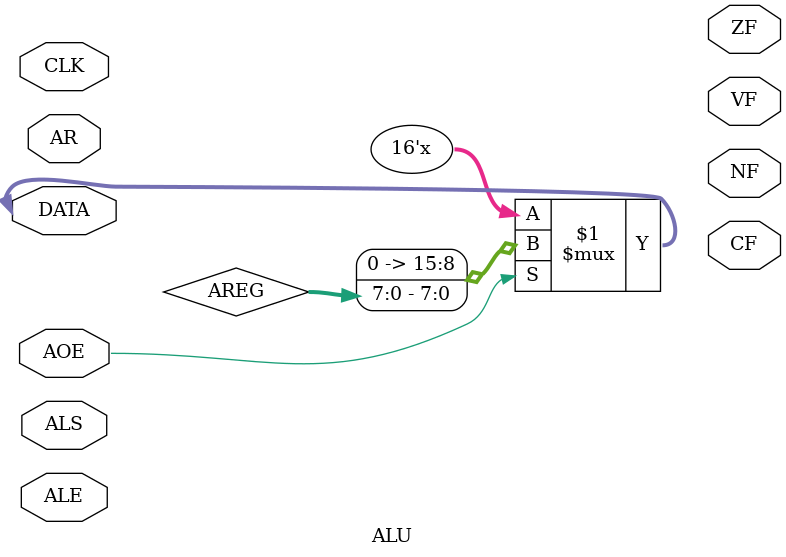
<source format=v>
module ALU (CLK, AR, AOE, ALE, ALS, CF, ZF, NF, VF, DATA);
   input wire CLK;
   input wire AR;
   input wire AOE;
   input wire ALE;
   input wire [1:0] ALS;
   inout wire [15:0] DATA;
   output reg CF, ZF, NF, VF;
   
   reg [7:0] AREG;

   assign DATA = AOE ? {8'b00000000, AREG} : 16'bzzzzzzzzzzzzzzzz;
   
   // Need to map out opcodes and instruction set before I can write most of the ALU


endmodule // ALU

</source>
